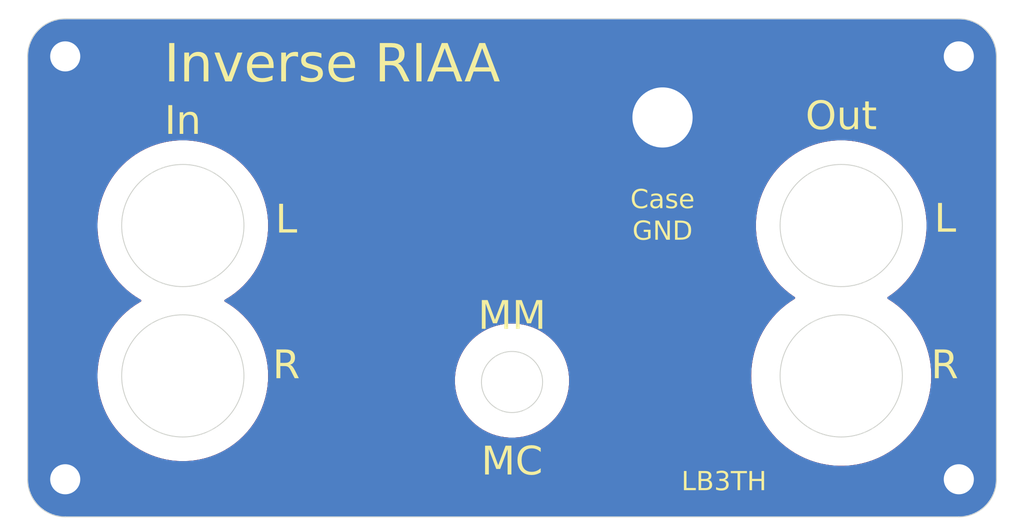
<source format=kicad_pcb>
(kicad_pcb (version 20221018) (generator pcbnew)
  (title_block (title "Front panel for inverse RIAA filter") (date "2023-12-10"))
  (layers (0 "F.Cu" signal) (31 "B.Cu" signal) (34 "B.Paste" user) (35 "F.Paste" user) (36 "B.SilkS" user "B.Silkscreen") (37 "F.SilkS" user "F.Silkscreen") (38 "B.Mask" user) (39 "F.Mask" user) (44 "Edge.Cuts" user))
  (net 0 "")
  (net 1 "GND")
  (footprint "MountingHole:MountingHole_3.2mm_M3_DIN965_Pad_TopBottom" (layer "F.Cu") (at 105 61)
    (fp_text reference "H101" hide)
    (fp_text value "MountingHole_Pad")
    (pad "1" thru_hole circle (at 0 0) (size 3.6 3.6) (drill 3.2) (layers "*.Cu" "*.Mask") (net 1 "GND"))
    (pad "1" connect circle (at 0 0) (size 5.6 5.6) (layers "F.Cu" "F.Mask") (net 1 "GND"))
    (pad "1" connect circle (at 0 0) (size 5.6 5.6) (layers "B.Cu" "B.Mask") (net 1 "GND"))
  )
  (footprint "MountingHole:MountingHole_3.2mm_M3_DIN965_Pad_TopBottom" (layer "F.Cu") (at 200 61)
    (fp_text reference "H104" hide)
    (fp_text value "MountingHole_Pad")
    (pad "1" thru_hole circle (at 0 0) (size 3.6 3.6) (drill 3.2) (layers "*.Cu" "*.Mask") (net 1 "GND"))
    (pad "1" connect circle (at 0 0) (size 5.6 5.6) (layers "F.Cu" "F.Mask") (net 1 "GND"))
    (pad "1" connect circle (at 0 0) (size 5.6 5.6) (layers "B.Cu" "B.Mask") (net 1 "GND"))
  )
  (footprint "MountingHole:MountingHole_6.4mm_M6_DIN965_Pad_TopBottom" (layer "F.Cu") (at 168.5 67.5)
    (fp_text reference "H105" hide)
    (fp_text value "MountingHole_Pad")
    (pad "1" thru_hole circle (at 0 0) (size 6.8 6.8) (drill 6.4) (layers "*.Cu" "*.Mask") (net 1 "GND"))
    (pad "1" connect circle (at 0 0) (size 11 11) (layers "F.Cu" "F.Mask") (net 1 "GND"))
  )
  (footprint "MountingHole:MountingHole_3.2mm_M3_DIN965_Pad_TopBottom" (layer "F.Cu") (at 105 106)
    (fp_text reference "H102" hide)
    (fp_text value "MountingHole_Pad")
    (pad "1" thru_hole circle (at 0 0) (size 3.6 3.6) (drill 3.2) (layers "*.Cu" "*.Mask") (net 1 "GND"))
    (pad "1" connect circle (at 0 0) (size 5.6 5.6) (layers "F.Cu" "F.Mask") (net 1 "GND"))
    (pad "1" connect circle (at 0 0) (size 5.6 5.6) (layers "B.Cu" "B.Mask") (net 1 "GND"))
  )
  (footprint "MountingHole:MountingHole_3.2mm_M3_DIN965_Pad_TopBottom" (layer "F.Cu") (at 200 106)
    (fp_text reference "H103" hide)
    (fp_text value "MountingHole_Pad")
    (pad "1" thru_hole circle (at 0 0) (size 3.6 3.6) (drill 3.2) (layers "*.Cu" "*.Mask") (net 1 "GND"))
    (pad "1" connect circle (at 0 0) (size 5.6 5.6) (layers "F.Cu" "F.Mask") (net 1 "GND"))
    (pad "1" connect circle (at 0 0) (size 5.6 5.6) (layers "B.Cu" "B.Mask") (net 1 "GND"))
  )
  (gr_circle (center 117.5 79) (end 124 79) (stroke (width 0.1)) (fill none) (layer "Edge.Cuts"))
  (gr_arc (start 200 57) (mid 202.828427 58.171573) (end 204 61) (stroke (width 0.1)) (layer "Edge.Cuts"))
  (gr_circle (center 117.5 95) (end 124 95) (stroke (width 0.1)) (fill none) (layer "Edge.Cuts"))
  (gr_line (start 204 106) (end 204 61) (stroke (width 0.1)) (layer "Edge.Cuts"))
  (gr_line (start 101 61) (end 101 106) (stroke (width 0.1)) (layer "Edge.Cuts"))
  (gr_arc (start 105 110) (mid 102.171573 108.828427) (end 101 106) (stroke (width 0.1)) (layer "Edge.Cuts"))
  (gr_line (start 105 110) (end 200 110) (stroke (width 0.1)) (layer "Edge.Cuts"))
  (gr_line (start 200 57) (end 105 57) (stroke (width 0.1)) (layer "Edge.Cuts"))
  (gr_arc (start 101 61) (mid 102.171573 58.171573) (end 105 57) (stroke (width 0.1)) (layer "Edge.Cuts"))
  (gr_arc (start 204 106) (mid 202.828427 108.828427) (end 200 110) (stroke (width 0.1)) (layer "Edge.Cuts"))
  (gr_circle (center 187.5 79) (end 194 79) (stroke (width 0.1)) (fill none) (layer "Edge.Cuts"))
  (gr_circle (center 187.5 95) (end 194 95) (stroke (width 0.1)) (fill none) (layer "Edge.Cuts"))
  (gr_circle (center 152.5 95.65) (end 155.75 95.65) (stroke (width 0.1)) (fill none) (layer "Edge.Cuts"))
  (gr_text "MC" (at 152.5 106) (layer "F.SilkS") (effects (font (size 3 3)) (justify bottom)))
  (gr_text "L" (at 128.5 78.5) (layer "F.SilkS") (effects (font (size 3 3))))
  (gr_text "R" (at 128.5 94) (layer "F.SilkS") (effects (font (size 3 3))))
  (gr_text "R" (at 198.5 94) (layer "F.SilkS") (effects (font (size 3 3))))
  (gr_text "Out" (at 187.5 67.5) (layer "F.SilkS") (effects (font (size 3 3))))
  (gr_text "Inverse RIAA" (at 115.5 62) (layer "F.SilkS") (effects (font (size 4 4)) (justify left)))
  (gr_text "Case\nGND" (at 168.5 78) (layer "F.SilkS") (effects (font (size 2 2))))
  (gr_text "L" (at 198.550109 78.410549) (layer "F.SilkS") (effects (font (size 3 3))))
  (gr_text "MM" (at 152.5 90.5) (layer "F.SilkS") (effects (font (size 3 3)) (justify bottom)))
  (gr_text "In" (at 117.5 68) (layer "F.SilkS") (effects (font (size 3 3))))
  (gr_text "LB3TH" (at 170.5 107.5) (layer "F.SilkS") (effects (font (size 2 2)) (justify left bottom)))
  (zone (net 1) (net_name "GND") (layer "F.Cu") (connect_pads (clearance 0.5)) (min_thickness 0.25) (fill yes (thermal_gap 0.5) (thermal_bridge_width 0.5))
    (polygon (pts (xy 100 55) (xy 100 111.5) (xy 206.5 111.5) (xy 206.5 55)))
  )
  (zone (net 1) (net_name "GND") (layers "F&B.Cu") (connect_pads (clearance 0.5)) (min_thickness 0.25) (fill yes (thermal_gap 0.5) (thermal_bridge_width 0.5))
    (polygon (pts (xy 100 55) (xy 100 111.5) (xy 206.5 111.5) (xy 206.5 55)))
  )
  (zone (net 0) (net_name "") (layers "F&B.Cu" "Dwgs.User") (connect_pads (clearance 0)) (min_thickness 0.25)
    (keepout (tracks not_allowed) (vias not_allowed) (pads not_allowed) (copperpour not_allowed) (footprints allowed))
    (fill (thermal_gap 0.5) (thermal_bridge_width 0.5))
    (polygon (pts (xy 188.41942 85.469245) (xy 189.028169 85.547734) (xy 189.630638 85.665065) (xy 190.224352 85.820755) (xy 190.80687 86.014165) (xy 191.375801 86.244499) (xy 191.928804 86.510812) (xy 192.463609 86.812008) (xy 192.978017 87.146851) (xy 193.469915 87.513964) (xy 193.937281 87.911838) (xy 194.378195 88.33884) (xy 194.790845 88.793213) (xy 195.173535 89.273092) (xy 195.524694 89.776503) (xy 195.842877 90.301379) (xy 196.126777 90.845563) (xy 196.375228 91.406818) (xy 196.587209 91.982839) (xy 196.761848 92.571257) (xy 196.898429 93.169656) (xy 196.996389 93.775576) (xy 197.055327 94.386528) (xy 197.075 95) (xy 197.055327 95.613472) (xy 196.996389 96.224424) (xy 196.898429 96.830344) (xy 196.761848 97.428743) (xy 196.587209 98.017161) (xy 196.375228 98.593182) (xy 196.126777 99.154437) (xy 195.842877 99.698621) (xy 195.524694 100.223497) (xy 195.173535 100.726908) (xy 194.790845 101.206787) (xy 194.378195 101.66116) (xy 193.937281 102.088162) (xy 193.469915 102.486036) (xy 192.978017 102.853149) (xy 192.463609 103.187992) (xy 191.928804 103.489188) (xy 191.375801 103.755501) (xy 190.80687 103.985835) (xy 190.224352 104.179245) (xy 189.630638 104.334935) (xy 189.028169 104.452266) (xy 188.41942 104.530755) (xy 187.806894 104.570081) (xy 187.193106 104.570081) (xy 186.58058 104.530755) (xy 185.971831 104.452266) (xy 185.369362 104.334935) (xy 184.775648 104.179245) (xy 184.19313 103.985835) (xy 183.624199 103.755501) (xy 183.071196 103.489188) (xy 182.536391 103.187992) (xy 182.021983 102.853149) (xy 181.530085 102.486036) (xy 181.062719 102.088162) (xy 180.621805 101.66116) (xy 180.209155 101.206787) (xy 179.826465 100.726908) (xy 179.475306 100.223497) (xy 179.157123 99.698621) (xy 178.873223 99.154437) (xy 178.624772 98.593182) (xy 178.412791 98.017161) (xy 178.238152 97.428743) (xy 178.101571 96.830344) (xy 178.003611 96.224424) (xy 177.944673 95.613472) (xy 177.925 95) (xy 177.944673 94.386528) (xy 178.003611 93.775576) (xy 178.101571 93.169656) (xy 178.238152 92.571257) (xy 178.412791 91.982839) (xy 178.624772 91.406818) (xy 178.873223 90.845563) (xy 179.157123 90.301379) (xy 179.475306 89.776503) (xy 179.826465 89.273092) (xy 180.209155 88.793213) (xy 180.621805 88.33884) (xy 181.062719 87.911838) (xy 181.530085 87.513964) (xy 182.021983 87.146851) (xy 182.536391 86.812008) (xy 183.071196 86.510812) (xy 183.624199 86.244499) (xy 184.19313 86.014165) (xy 184.775648 85.820755) (xy 185.369362 85.665065) (xy 185.971831 85.547734) (xy 186.58058 85.469245) (xy 187.193106 85.429919) (xy 187.806894 85.429919)))
  )
  (zone (net 0) (net_name "") (layers "F&B.Cu" "Dwgs.User") (connect_pads (clearance 0)) (min_thickness 0.25)
    (keepout (tracks not_allowed) (vias not_allowed) (pads not_allowed) (copperpour not_allowed) (footprints allowed))
    (fill (thermal_gap 0.5) (thermal_bridge_width 0.5))
    (polygon (pts (xy 188.093533 69.94443) (xy 188.684525 70.002638) (xy 189.270445 70.099374) (xy 189.848783 70.234223) (xy 190.417063 70.406609) (xy 190.972852 70.615793) (xy 191.51377 70.86088) (xy 192.0375 71.140819) (xy 192.5418 71.454413) (xy 193.02451 71.800318) (xy 193.483563 72.177054) (xy 193.916994 72.583006) (xy 194.322946 73.016437) (xy 194.699682 73.47549) (xy 195.045587 73.9582) (xy 195.359181 74.4625) (xy 195.63912 74.98623) (xy 195.884207 75.527148) (xy 196.093391 76.082937) (xy 196.265777 76.651217) (xy 196.400626 77.229555) (xy 196.497362 77.815475) (xy 196.55557 78.406467) (xy 196.575 79) (xy 196.55557 79.593533) (xy 196.497362 80.184525) (xy 196.400626 80.770445) (xy 196.265777 81.348783) (xy 196.093391 81.917063) (xy 195.884207 82.472852) (xy 195.63912 83.01377) (xy 195.359181 83.5375) (xy 195.045587 84.0418) (xy 194.699682 84.52451) (xy 194.322946 84.983563) (xy 193.916994 85.416994) (xy 193.483563 85.822946) (xy 193.02451 86.199682) (xy 192.5418 86.545587) (xy 192.0375 86.859181) (xy 191.51377 87.13912) (xy 190.972852 87.384207) (xy 190.417063 87.593391) (xy 189.848783 87.765777) (xy 189.270445 87.900626) (xy 188.684525 87.997362) (xy 188.093533 88.05557) (xy 187.5 88.075) (xy 186.906467 88.05557) (xy 186.315475 87.997362) (xy 185.729555 87.900626) (xy 185.151217 87.765777) (xy 184.582937 87.593391) (xy 184.027148 87.384207) (xy 183.48623 87.13912) (xy 182.9625 86.859181) (xy 182.4582 86.545587) (xy 181.97549 86.199682) (xy 181.516437 85.822946) (xy 181.083006 85.416994) (xy 180.677054 84.983563) (xy 180.300318 84.52451) (xy 179.954413 84.0418) (xy 179.640819 83.5375) (xy 179.36088 83.01377) (xy 179.115793 82.472852) (xy 178.906609 81.917063) (xy 178.734223 81.348783) (xy 178.599374 80.770445) (xy 178.502638 80.184525) (xy 178.44443 79.593533) (xy 178.425 79) (xy 178.44443 78.406467) (xy 178.502638 77.815475) (xy 178.599374 77.229555) (xy 178.734223 76.651217) (xy 178.906609 76.082937) (xy 179.115793 75.527148) (xy 179.36088 74.98623) (xy 179.640819 74.4625) (xy 179.954413 73.9582) (xy 180.300318 73.47549) (xy 180.677054 73.016437) (xy 181.083006 72.583006) (xy 181.516437 72.177054) (xy 181.97549 71.800318) (xy 182.4582 71.454413) (xy 182.9625 71.140819) (xy 183.48623 70.86088) (xy 184.027148 70.615793) (xy 184.582937 70.406609) (xy 185.151217 70.234223) (xy 185.729555 70.099374) (xy 186.315475 70.002638) (xy 186.906467 69.94443) (xy 187.5 69.925)))
  )
  (zone (net 0) (net_name "") (layers "F&B.Cu" "Dwgs.User") (connect_pads (clearance 0)) (min_thickness 0.25)
    (keepout (tracks not_allowed) (vias not_allowed) (pads not_allowed) (copperpour not_allowed) (footprints allowed))
    (fill (thermal_gap 0.5) (thermal_bridge_width 0.5))
    (polygon (pts (xy 153.23226 89.469294) (xy 153.715156 89.547772) (xy 154.190171 89.664852) (xy 154.654225 89.819776) (xy 155.104307 90.011539) (xy 155.5375 90.238896) (xy 155.950993 90.500373) (xy 156.342106 90.794275) (xy 156.7083 91.118695) (xy 157.047203 91.47153) (xy 157.356615 91.850491) (xy 157.63453 92.25312) (xy 157.879145 92.676807) (xy 158.088875 93.118803) (xy 158.262359 93.576242) (xy 158.398472 94.046157) (xy 158.49633 94.525501) (xy 158.555301 95.011166) (xy 158.575 95.5) (xy 158.555301 95.988834) (xy 158.49633 96.474499) (xy 158.398472 96.953843) (xy 158.262359 97.423758) (xy 158.088875 97.881197) (xy 157.879145 98.323193) (xy 157.63453 98.74688) (xy 157.356615 99.149509) (xy 157.047203 99.52847) (xy 156.7083 99.881305) (xy 156.342106 100.205725) (xy 155.950993 100.499627) (xy 155.5375 100.761104) (xy 155.104307 100.988461) (xy 154.654225 101.180224) (xy 154.190171 101.335148) (xy 153.715156 101.452228) (xy 153.23226 101.530706) (xy 152.744616 101.570073) (xy 152.255384 101.570073) (xy 151.76774 101.530706) (xy 151.284844 101.452228) (xy 150.809829 101.335148) (xy 150.345775 101.180224) (xy 149.895693 100.988461) (xy 149.4625 100.761104) (xy 149.049007 100.499627) (xy 148.657894 100.205725) (xy 148.2917 99.881305) (xy 147.952797 99.52847) (xy 147.643385 99.149509) (xy 147.36547 98.74688) (xy 147.120855 98.323193) (xy 146.911125 97.881197) (xy 146.737641 97.423758) (xy 146.601528 96.953843) (xy 146.50367 96.474499) (xy 146.444699 95.988834) (xy 146.425 95.5) (xy 146.444699 95.011166) (xy 146.50367 94.525501) (xy 146.601528 94.046157) (xy 146.737641 93.576242) (xy 146.911125 93.118803) (xy 147.120855 92.676807) (xy 147.36547 92.25312) (xy 147.643385 91.850491) (xy 147.952797 91.47153) (xy 148.2917 91.118695) (xy 148.657894 90.794275) (xy 149.049007 90.500373) (xy 149.4625 90.238896) (xy 149.895693 90.011539) (xy 150.345775 89.819776) (xy 150.809829 89.664852) (xy 151.284844 89.547772) (xy 151.76774 89.469294) (xy 152.255384 89.429927) (xy 152.744616 89.429927)))
  )
  (zone (net 0) (net_name "") (layers "F&B.Cu" "Dwgs.User") (connect_pads (clearance 0)) (min_thickness 0.25)
    (keepout (tracks not_allowed) (vias not_allowed) (pads not_allowed) (copperpour not_allowed) (footprints allowed))
    (fill (thermal_gap 0.5) (thermal_bridge_width 0.5))
    (polygon (pts (xy 118.093533 69.94443) (xy 118.684525 70.002638) (xy 119.270445 70.099374) (xy 119.848783 70.234223) (xy 120.417063 70.406609) (xy 120.972852 70.615793) (xy 121.51377 70.86088) (xy 122.0375 71.140819) (xy 122.5418 71.454413) (xy 123.02451 71.800318) (xy 123.483563 72.177054) (xy 123.916994 72.583006) (xy 124.322946 73.016437) (xy 124.699682 73.47549) (xy 125.045587 73.9582) (xy 125.359181 74.4625) (xy 125.63912 74.98623) (xy 125.884207 75.527148) (xy 126.093391 76.082937) (xy 126.265777 76.651217) (xy 126.400626 77.229555) (xy 126.497362 77.815475) (xy 126.55557 78.406467) (xy 126.575 79) (xy 126.55557 79.593533) (xy 126.497362 80.184525) (xy 126.400626 80.770445) (xy 126.265777 81.348783) (xy 126.093391 81.917063) (xy 125.884207 82.472852) (xy 125.63912 83.01377) (xy 125.359181 83.5375) (xy 125.045587 84.0418) (xy 124.699682 84.52451) (xy 124.322946 84.983563) (xy 123.916994 85.416994) (xy 123.483563 85.822946) (xy 123.02451 86.199682) (xy 122.5418 86.545587) (xy 122.0375 86.859181) (xy 121.51377 87.13912) (xy 120.972852 87.384207) (xy 120.417063 87.593391) (xy 119.848783 87.765777) (xy 119.270445 87.900626) (xy 118.684525 87.997362) (xy 118.093533 88.05557) (xy 117.5 88.075) (xy 116.906467 88.05557) (xy 116.315475 87.997362) (xy 115.729555 87.900626) (xy 115.151217 87.765777) (xy 114.582937 87.593391) (xy 114.027148 87.384207) (xy 113.48623 87.13912) (xy 112.9625 86.859181) (xy 112.4582 86.545587) (xy 111.97549 86.199682) (xy 111.516437 85.822946) (xy 111.083006 85.416994) (xy 110.677054 84.983563) (xy 110.300318 84.52451) (xy 109.954413 84.0418) (xy 109.640819 83.5375) (xy 109.36088 83.01377) (xy 109.115793 82.472852) (xy 108.906609 81.917063) (xy 108.734223 81.348783) (xy 108.599374 80.770445) (xy 108.502638 80.184525) (xy 108.44443 79.593533) (xy 108.425 79) (xy 108.44443 78.406467) (xy 108.502638 77.815475) (xy 108.599374 77.229555) (xy 108.734223 76.651217) (xy 108.906609 76.082937) (xy 109.115793 75.527148) (xy 109.36088 74.98623) (xy 109.640819 74.4625) (xy 109.954413 73.9582) (xy 110.300318 73.47549) (xy 110.677054 73.016437) (xy 111.083006 72.583006) (xy 111.516437 72.177054) (xy 111.97549 71.800318) (xy 112.4582 71.454413) (xy 112.9625 71.140819) (xy 113.48623 70.86088) (xy 114.027148 70.615793) (xy 114.582937 70.406609) (xy 115.151217 70.234223) (xy 115.729555 70.099374) (xy 116.315475 70.002638) (xy 116.906467 69.94443) (xy 117.5 69.925)))
  )
  (zone (net 0) (net_name "") (layers "F&B.Cu" "Dwgs.User") (connect_pads (clearance 0)) (min_thickness 0.25)
    (keepout (tracks not_allowed) (vias not_allowed) (pads not_allowed) (copperpour not_allowed) (footprints allowed))
    (fill (thermal_gap 0.5) (thermal_bridge_width 0.5))
    (polygon (pts (xy 118.093533 85.94443) (xy 118.684525 86.002638) (xy 119.270445 86.099374) (xy 119.848783 86.234223) (xy 120.417063 86.406609) (xy 120.972852 86.615793) (xy 121.51377 86.86088) (xy 122.0375 87.140819) (xy 122.5418 87.454413) (xy 123.02451 87.800318) (xy 123.483563 88.177054) (xy 123.916994 88.583006) (xy 124.322946 89.016437) (xy 124.699682 89.47549) (xy 125.045587 89.9582) (xy 125.359181 90.4625) (xy 125.63912 90.98623) (xy 125.884207 91.527148) (xy 126.093391 92.082937) (xy 126.265777 92.651217) (xy 126.400626 93.229555) (xy 126.497362 93.815475) (xy 126.55557 94.406467) (xy 126.575 95) (xy 126.55557 95.593533) (xy 126.497362 96.184525) (xy 126.400626 96.770445) (xy 126.265777 97.348783) (xy 126.093391 97.917063) (xy 125.884207 98.472852) (xy 125.63912 99.01377) (xy 125.359181 99.5375) (xy 125.045587 100.0418) (xy 124.699682 100.52451) (xy 124.322946 100.983563) (xy 123.916994 101.416994) (xy 123.483563 101.822946) (xy 123.02451 102.199682) (xy 122.5418 102.545587) (xy 122.0375 102.859181) (xy 121.51377 103.13912) (xy 120.972852 103.384207) (xy 120.417063 103.593391) (xy 119.848783 103.765777) (xy 119.270445 103.900626) (xy 118.684525 103.997362) (xy 118.093533 104.05557) (xy 117.5 104.075) (xy 116.906467 104.05557) (xy 116.315475 103.997362) (xy 115.729555 103.900626) (xy 115.151217 103.765777) (xy 114.582937 103.593391) (xy 114.027148 103.384207) (xy 113.48623 103.13912) (xy 112.9625 102.859181) (xy 112.4582 102.545587) (xy 111.97549 102.199682) (xy 111.516437 101.822946) (xy 111.083006 101.416994) (xy 110.677054 100.983563) (xy 110.300318 100.52451) (xy 109.954413 100.0418) (xy 109.640819 99.5375) (xy 109.36088 99.01377) (xy 109.115793 98.472852) (xy 108.906609 97.917063) (xy 108.734223 97.348783) (xy 108.599374 96.770445) (xy 108.502638 96.184525) (xy 108.44443 95.593533) (xy 108.425 95) (xy 108.44443 94.406467) (xy 108.502638 93.815475) (xy 108.599374 93.229555) (xy 108.734223 92.651217) (xy 108.906609 92.082937) (xy 109.115793 91.527148) (xy 109.36088 90.98623) (xy 109.640819 90.4625) (xy 109.954413 89.9582) (xy 110.300318 89.47549) (xy 110.677054 89.016437) (xy 111.083006 88.583006) (xy 111.516437 88.177054) (xy 111.97549 87.800318) (xy 112.4582 87.454413) (xy 112.9625 87.140819) (xy 113.48623 86.86088) (xy 114.027148 86.615793) (xy 114.582937 86.406609) (xy 115.151217 86.234223) (xy 115.729555 86.099374) (xy 116.315475 86.002638) (xy 116.906467 85.94443) (xy 117.5 85.925)))
  )
)
</source>
